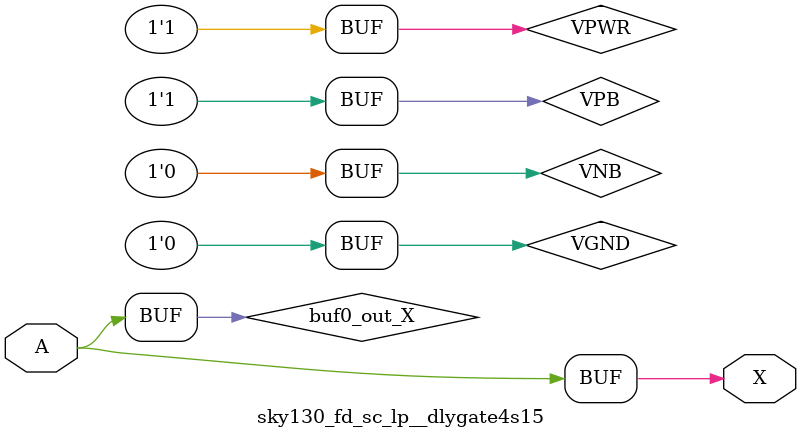
<source format=v>
/*
 * Copyright 2020 The SkyWater PDK Authors
 *
 * Licensed under the Apache License, Version 2.0 (the "License");
 * you may not use this file except in compliance with the License.
 * You may obtain a copy of the License at
 *
 *     https://www.apache.org/licenses/LICENSE-2.0
 *
 * Unless required by applicable law or agreed to in writing, software
 * distributed under the License is distributed on an "AS IS" BASIS,
 * WITHOUT WARRANTIES OR CONDITIONS OF ANY KIND, either express or implied.
 * See the License for the specific language governing permissions and
 * limitations under the License.
 *
 * SPDX-License-Identifier: Apache-2.0
*/


`ifndef SKY130_FD_SC_LP__DLYGATE4S15_TIMING_V
`define SKY130_FD_SC_LP__DLYGATE4S15_TIMING_V

/**
 * dlygate4s15: Delay Buffer 4-stage 0.15um length inner stage gates.
 *
 * Verilog simulation timing model.
 */

`timescale 1ns / 1ps
`default_nettype none

`celldefine
module sky130_fd_sc_lp__dlygate4s15 (
    X,
    A
);

    // Module ports
    output X;
    input  A;

    // Module supplies
    supply1 VPWR;
    supply0 VGND;
    supply1 VPB ;
    supply0 VNB ;

    // Local signals
    wire buf0_out_X;

    //  Name  Output      Other arguments
    buf buf0 (buf0_out_X, A              );
    buf buf1 (X         , buf0_out_X     );

endmodule
`endcelldefine

`default_nettype wire
`endif  // SKY130_FD_SC_LP__DLYGATE4S15_TIMING_V

</source>
